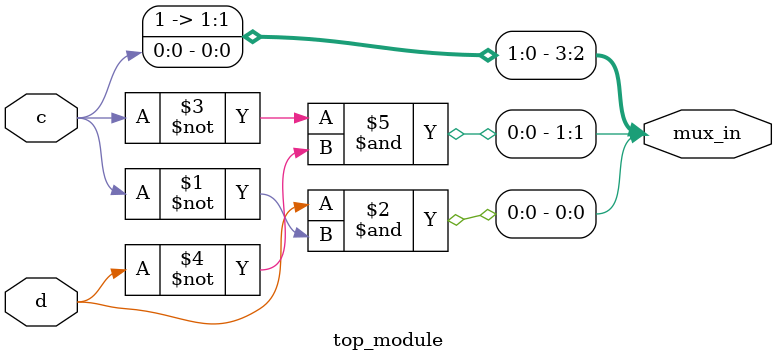
<source format=sv>
module top_module (
    input c,
    input d,
    output [3:0] mux_in
);

assign mux_in[0] =  d & ~c;            // For ab = 00 (column 0)
assign mux_in[1] = ~c & ~d;            // For ab = 01 (column 1)
assign mux_in[2] =  c;                 // For ab = 11 (column 3)
assign mux_in[3] = 1'b1;               // For ab = 10 (column 2)

endmodule

</source>
